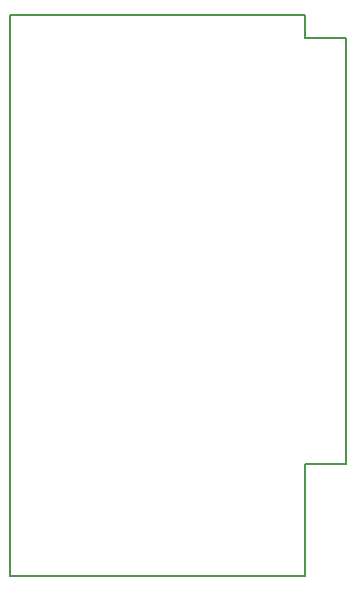
<source format=gbr>
G04*
G04 #@! TF.GenerationSoftware,Altium Limited,Altium Designer,24.9.1 (31)*
G04*
G04 Layer_Color=16711935*
%FSLAX44Y44*%
%MOMM*%
G71*
G04*
G04 #@! TF.SameCoordinates,F6C7D1B7-5E70-41A8-93A8-01C2B61895AE*
G04*
G04*
G04 #@! TF.FilePolarity,Positive*
G04*
G01*
G75*
%ADD49C,0.2000*%
D49*
X-5000Y470000D02*
X-5000Y-5000D01*
X-5000Y470000D02*
X245000D01*
Y450000D02*
Y470000D01*
Y450000D02*
X280000D01*
X280000Y90000D01*
X245000D02*
X280000D01*
X245000Y-5000D02*
Y90000D01*
X-5000Y-5000D02*
X245000D01*
M02*

</source>
